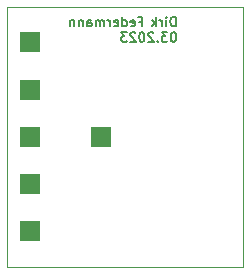
<source format=gbs>
G04 #@! TF.GenerationSoftware,KiCad,Pcbnew,(7.0.0)*
G04 #@! TF.CreationDate,2023-03-10T18:14:51+01:00*
G04 #@! TF.ProjectId,CapacitorBox0402,43617061-6369-4746-9f72-426f78303430,rev?*
G04 #@! TF.SameCoordinates,Original*
G04 #@! TF.FileFunction,Soldermask,Bot*
G04 #@! TF.FilePolarity,Negative*
%FSLAX46Y46*%
G04 Gerber Fmt 4.6, Leading zero omitted, Abs format (unit mm)*
G04 Created by KiCad (PCBNEW (7.0.0)) date 2023-03-10 18:14:51*
%MOMM*%
%LPD*%
G01*
G04 APERTURE LIST*
%ADD10C,0.150000*%
%ADD11R,1.700000X1.700000*%
G04 #@! TA.AperFunction,Profile*
%ADD12C,0.100000*%
G04 #@! TD*
G04 APERTURE END LIST*
D10*
X115309523Y-101645904D02*
X115309523Y-100845904D01*
X115309523Y-100845904D02*
X115119047Y-100845904D01*
X115119047Y-100845904D02*
X115004761Y-100884000D01*
X115004761Y-100884000D02*
X114928571Y-100960190D01*
X114928571Y-100960190D02*
X114890476Y-101036380D01*
X114890476Y-101036380D02*
X114852380Y-101188761D01*
X114852380Y-101188761D02*
X114852380Y-101303047D01*
X114852380Y-101303047D02*
X114890476Y-101455428D01*
X114890476Y-101455428D02*
X114928571Y-101531619D01*
X114928571Y-101531619D02*
X115004761Y-101607809D01*
X115004761Y-101607809D02*
X115119047Y-101645904D01*
X115119047Y-101645904D02*
X115309523Y-101645904D01*
X114509523Y-101645904D02*
X114509523Y-101112571D01*
X114509523Y-100845904D02*
X114547619Y-100884000D01*
X114547619Y-100884000D02*
X114509523Y-100922095D01*
X114509523Y-100922095D02*
X114471428Y-100884000D01*
X114471428Y-100884000D02*
X114509523Y-100845904D01*
X114509523Y-100845904D02*
X114509523Y-100922095D01*
X114128571Y-101645904D02*
X114128571Y-101112571D01*
X114128571Y-101264952D02*
X114090476Y-101188761D01*
X114090476Y-101188761D02*
X114052381Y-101150666D01*
X114052381Y-101150666D02*
X113976190Y-101112571D01*
X113976190Y-101112571D02*
X113900000Y-101112571D01*
X113633333Y-101645904D02*
X113633333Y-100845904D01*
X113557143Y-101341142D02*
X113328571Y-101645904D01*
X113328571Y-101112571D02*
X113633333Y-101417333D01*
X112239048Y-101226857D02*
X112505714Y-101226857D01*
X112505714Y-101645904D02*
X112505714Y-100845904D01*
X112505714Y-100845904D02*
X112124762Y-100845904D01*
X111515238Y-101607809D02*
X111591429Y-101645904D01*
X111591429Y-101645904D02*
X111743810Y-101645904D01*
X111743810Y-101645904D02*
X111820000Y-101607809D01*
X111820000Y-101607809D02*
X111858096Y-101531619D01*
X111858096Y-101531619D02*
X111858096Y-101226857D01*
X111858096Y-101226857D02*
X111820000Y-101150666D01*
X111820000Y-101150666D02*
X111743810Y-101112571D01*
X111743810Y-101112571D02*
X111591429Y-101112571D01*
X111591429Y-101112571D02*
X111515238Y-101150666D01*
X111515238Y-101150666D02*
X111477143Y-101226857D01*
X111477143Y-101226857D02*
X111477143Y-101303047D01*
X111477143Y-101303047D02*
X111858096Y-101379238D01*
X110791429Y-101645904D02*
X110791429Y-100845904D01*
X110791429Y-101607809D02*
X110867620Y-101645904D01*
X110867620Y-101645904D02*
X111020001Y-101645904D01*
X111020001Y-101645904D02*
X111096191Y-101607809D01*
X111096191Y-101607809D02*
X111134286Y-101569714D01*
X111134286Y-101569714D02*
X111172382Y-101493523D01*
X111172382Y-101493523D02*
X111172382Y-101264952D01*
X111172382Y-101264952D02*
X111134286Y-101188761D01*
X111134286Y-101188761D02*
X111096191Y-101150666D01*
X111096191Y-101150666D02*
X111020001Y-101112571D01*
X111020001Y-101112571D02*
X110867620Y-101112571D01*
X110867620Y-101112571D02*
X110791429Y-101150666D01*
X110105714Y-101607809D02*
X110181905Y-101645904D01*
X110181905Y-101645904D02*
X110334286Y-101645904D01*
X110334286Y-101645904D02*
X110410476Y-101607809D01*
X110410476Y-101607809D02*
X110448572Y-101531619D01*
X110448572Y-101531619D02*
X110448572Y-101226857D01*
X110448572Y-101226857D02*
X110410476Y-101150666D01*
X110410476Y-101150666D02*
X110334286Y-101112571D01*
X110334286Y-101112571D02*
X110181905Y-101112571D01*
X110181905Y-101112571D02*
X110105714Y-101150666D01*
X110105714Y-101150666D02*
X110067619Y-101226857D01*
X110067619Y-101226857D02*
X110067619Y-101303047D01*
X110067619Y-101303047D02*
X110448572Y-101379238D01*
X109724762Y-101645904D02*
X109724762Y-101112571D01*
X109724762Y-101264952D02*
X109686667Y-101188761D01*
X109686667Y-101188761D02*
X109648572Y-101150666D01*
X109648572Y-101150666D02*
X109572381Y-101112571D01*
X109572381Y-101112571D02*
X109496191Y-101112571D01*
X109229524Y-101645904D02*
X109229524Y-101112571D01*
X109229524Y-101188761D02*
X109191429Y-101150666D01*
X109191429Y-101150666D02*
X109115239Y-101112571D01*
X109115239Y-101112571D02*
X109000953Y-101112571D01*
X109000953Y-101112571D02*
X108924762Y-101150666D01*
X108924762Y-101150666D02*
X108886667Y-101226857D01*
X108886667Y-101226857D02*
X108886667Y-101645904D01*
X108886667Y-101226857D02*
X108848572Y-101150666D01*
X108848572Y-101150666D02*
X108772381Y-101112571D01*
X108772381Y-101112571D02*
X108658096Y-101112571D01*
X108658096Y-101112571D02*
X108581905Y-101150666D01*
X108581905Y-101150666D02*
X108543810Y-101226857D01*
X108543810Y-101226857D02*
X108543810Y-101645904D01*
X107820000Y-101645904D02*
X107820000Y-101226857D01*
X107820000Y-101226857D02*
X107858095Y-101150666D01*
X107858095Y-101150666D02*
X107934286Y-101112571D01*
X107934286Y-101112571D02*
X108086667Y-101112571D01*
X108086667Y-101112571D02*
X108162857Y-101150666D01*
X107820000Y-101607809D02*
X107896191Y-101645904D01*
X107896191Y-101645904D02*
X108086667Y-101645904D01*
X108086667Y-101645904D02*
X108162857Y-101607809D01*
X108162857Y-101607809D02*
X108200953Y-101531619D01*
X108200953Y-101531619D02*
X108200953Y-101455428D01*
X108200953Y-101455428D02*
X108162857Y-101379238D01*
X108162857Y-101379238D02*
X108086667Y-101341142D01*
X108086667Y-101341142D02*
X107896191Y-101341142D01*
X107896191Y-101341142D02*
X107820000Y-101303047D01*
X107439047Y-101112571D02*
X107439047Y-101645904D01*
X107439047Y-101188761D02*
X107400952Y-101150666D01*
X107400952Y-101150666D02*
X107324762Y-101112571D01*
X107324762Y-101112571D02*
X107210476Y-101112571D01*
X107210476Y-101112571D02*
X107134285Y-101150666D01*
X107134285Y-101150666D02*
X107096190Y-101226857D01*
X107096190Y-101226857D02*
X107096190Y-101645904D01*
X106715237Y-101112571D02*
X106715237Y-101645904D01*
X106715237Y-101188761D02*
X106677142Y-101150666D01*
X106677142Y-101150666D02*
X106600952Y-101112571D01*
X106600952Y-101112571D02*
X106486666Y-101112571D01*
X106486666Y-101112571D02*
X106410475Y-101150666D01*
X106410475Y-101150666D02*
X106372380Y-101226857D01*
X106372380Y-101226857D02*
X106372380Y-101645904D01*
X115157142Y-102141904D02*
X115080952Y-102141904D01*
X115080952Y-102141904D02*
X115004761Y-102180000D01*
X115004761Y-102180000D02*
X114966666Y-102218095D01*
X114966666Y-102218095D02*
X114928571Y-102294285D01*
X114928571Y-102294285D02*
X114890476Y-102446666D01*
X114890476Y-102446666D02*
X114890476Y-102637142D01*
X114890476Y-102637142D02*
X114928571Y-102789523D01*
X114928571Y-102789523D02*
X114966666Y-102865714D01*
X114966666Y-102865714D02*
X115004761Y-102903809D01*
X115004761Y-102903809D02*
X115080952Y-102941904D01*
X115080952Y-102941904D02*
X115157142Y-102941904D01*
X115157142Y-102941904D02*
X115233333Y-102903809D01*
X115233333Y-102903809D02*
X115271428Y-102865714D01*
X115271428Y-102865714D02*
X115309523Y-102789523D01*
X115309523Y-102789523D02*
X115347619Y-102637142D01*
X115347619Y-102637142D02*
X115347619Y-102446666D01*
X115347619Y-102446666D02*
X115309523Y-102294285D01*
X115309523Y-102294285D02*
X115271428Y-102218095D01*
X115271428Y-102218095D02*
X115233333Y-102180000D01*
X115233333Y-102180000D02*
X115157142Y-102141904D01*
X114623809Y-102141904D02*
X114128571Y-102141904D01*
X114128571Y-102141904D02*
X114395237Y-102446666D01*
X114395237Y-102446666D02*
X114280952Y-102446666D01*
X114280952Y-102446666D02*
X114204761Y-102484761D01*
X114204761Y-102484761D02*
X114166666Y-102522857D01*
X114166666Y-102522857D02*
X114128571Y-102599047D01*
X114128571Y-102599047D02*
X114128571Y-102789523D01*
X114128571Y-102789523D02*
X114166666Y-102865714D01*
X114166666Y-102865714D02*
X114204761Y-102903809D01*
X114204761Y-102903809D02*
X114280952Y-102941904D01*
X114280952Y-102941904D02*
X114509523Y-102941904D01*
X114509523Y-102941904D02*
X114585714Y-102903809D01*
X114585714Y-102903809D02*
X114623809Y-102865714D01*
X113785713Y-102865714D02*
X113747618Y-102903809D01*
X113747618Y-102903809D02*
X113785713Y-102941904D01*
X113785713Y-102941904D02*
X113823809Y-102903809D01*
X113823809Y-102903809D02*
X113785713Y-102865714D01*
X113785713Y-102865714D02*
X113785713Y-102941904D01*
X113442857Y-102218095D02*
X113404761Y-102180000D01*
X113404761Y-102180000D02*
X113328571Y-102141904D01*
X113328571Y-102141904D02*
X113138095Y-102141904D01*
X113138095Y-102141904D02*
X113061904Y-102180000D01*
X113061904Y-102180000D02*
X113023809Y-102218095D01*
X113023809Y-102218095D02*
X112985714Y-102294285D01*
X112985714Y-102294285D02*
X112985714Y-102370476D01*
X112985714Y-102370476D02*
X113023809Y-102484761D01*
X113023809Y-102484761D02*
X113480952Y-102941904D01*
X113480952Y-102941904D02*
X112985714Y-102941904D01*
X112490475Y-102141904D02*
X112414285Y-102141904D01*
X112414285Y-102141904D02*
X112338094Y-102180000D01*
X112338094Y-102180000D02*
X112299999Y-102218095D01*
X112299999Y-102218095D02*
X112261904Y-102294285D01*
X112261904Y-102294285D02*
X112223809Y-102446666D01*
X112223809Y-102446666D02*
X112223809Y-102637142D01*
X112223809Y-102637142D02*
X112261904Y-102789523D01*
X112261904Y-102789523D02*
X112299999Y-102865714D01*
X112299999Y-102865714D02*
X112338094Y-102903809D01*
X112338094Y-102903809D02*
X112414285Y-102941904D01*
X112414285Y-102941904D02*
X112490475Y-102941904D01*
X112490475Y-102941904D02*
X112566666Y-102903809D01*
X112566666Y-102903809D02*
X112604761Y-102865714D01*
X112604761Y-102865714D02*
X112642856Y-102789523D01*
X112642856Y-102789523D02*
X112680952Y-102637142D01*
X112680952Y-102637142D02*
X112680952Y-102446666D01*
X112680952Y-102446666D02*
X112642856Y-102294285D01*
X112642856Y-102294285D02*
X112604761Y-102218095D01*
X112604761Y-102218095D02*
X112566666Y-102180000D01*
X112566666Y-102180000D02*
X112490475Y-102141904D01*
X111919047Y-102218095D02*
X111880951Y-102180000D01*
X111880951Y-102180000D02*
X111804761Y-102141904D01*
X111804761Y-102141904D02*
X111614285Y-102141904D01*
X111614285Y-102141904D02*
X111538094Y-102180000D01*
X111538094Y-102180000D02*
X111499999Y-102218095D01*
X111499999Y-102218095D02*
X111461904Y-102294285D01*
X111461904Y-102294285D02*
X111461904Y-102370476D01*
X111461904Y-102370476D02*
X111499999Y-102484761D01*
X111499999Y-102484761D02*
X111957142Y-102941904D01*
X111957142Y-102941904D02*
X111461904Y-102941904D01*
X111195237Y-102141904D02*
X110699999Y-102141904D01*
X110699999Y-102141904D02*
X110966665Y-102446666D01*
X110966665Y-102446666D02*
X110852380Y-102446666D01*
X110852380Y-102446666D02*
X110776189Y-102484761D01*
X110776189Y-102484761D02*
X110738094Y-102522857D01*
X110738094Y-102522857D02*
X110699999Y-102599047D01*
X110699999Y-102599047D02*
X110699999Y-102789523D01*
X110699999Y-102789523D02*
X110738094Y-102865714D01*
X110738094Y-102865714D02*
X110776189Y-102903809D01*
X110776189Y-102903809D02*
X110852380Y-102941904D01*
X110852380Y-102941904D02*
X111080951Y-102941904D01*
X111080951Y-102941904D02*
X111157142Y-102903809D01*
X111157142Y-102903809D02*
X111195237Y-102865714D01*
D11*
X102999999Y-114999999D03*
X102999999Y-118999999D03*
X102999999Y-102999999D03*
X108999999Y-110999999D03*
X102999999Y-110999999D03*
X102999999Y-106999999D03*
D12*
X101000000Y-100000000D02*
X121000000Y-100000000D01*
X121000000Y-100000000D02*
X121000000Y-122000000D01*
X121000000Y-122000000D02*
X101000000Y-122000000D01*
X101000000Y-100000000D02*
X101000000Y-122000000D01*
M02*

</source>
